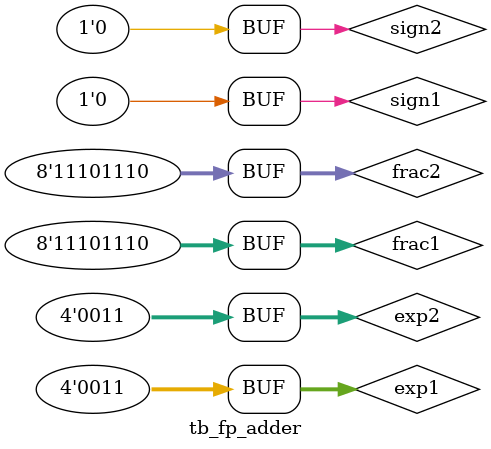
<source format=v>
module fp_adder (signout, expout, fracout, sign1, exp1, frac1, sign2, exp2, frac2);

// inputs and outputs
input		sign1, sign2;
input 	[3:0]	exp1, exp2;
input 	[7:0]	frac1, frac2;
output 		signout;
output 	[3:0]	expout;
output	[7:0]	fracout;
reg 		signout;
reg 	[3:0]	expout;
reg	[7:0]	fracout;

// big and small numbers
reg		signb, signs;
reg	[3:0]	expb, exps;
reg 	[7:0]	fracb, fracs;

// working variables
reg	[3:0]	expdiff, expn;
reg	[7:0]	fraca, fracn, sumnorm;
reg	[8:0]	sum;
reg	[2:0]	lead0;

always@*
    begin

	//stage 1: sort
	if ({exp1, frac1} > {exp2, frac2})
	    begin
		signb = sign1; signs = sign2;
		expb = exp1; exps = exp2;
		fracb = frac1; fracs = frac2;
	    end
	else
	    begin
		signb = sign2; signs = sign1;
		expb = exp2; exps = exp1;
		fracb = frac2; fracs = frac1;    
	    end	

	//stage 2: align
	expdiff = expb - exps;
	fraca = fracs >> expdiff;	

	//stage 3: add/sub
	if (signb == signs)
	    sum = {1'b0, fracb} + {1'b0, fraca};
	else
	    sum = {1'b0, fracb} - {1'b0, fraca};

	//stage 4: normalize 

	//counting leading 0
	if (sum[7])		lead0 = 3'o0;
	else if (sum[6])	lead0 = 3'o1; 
	else if (sum[5])	lead0 = 3'o2;
	else if (sum[4])	lead0 = 3'o3;
	else if (sum[3])	lead0 = 3'o4;
	else if (sum[2])	lead0 = 3'o5;
	else if (sum[1])	lead0 = 3'o6;
	else			lead0 = 3'o7;

	// shift fraction according to leading 0
	sumnorm = sum << lead0;  	

	// normalize with various conditions
	if (sum[8]) // with carry ==1
	    begin
		expn = expb + 1;
		fracn = sum[8:1];
	    end
	else if (lead0 > expb) // too small to normalize
	    begin
		expn = 0;
		fracn = 0;
	    end
	else // normalize
	    begin
		expn = expb - lead0;
		fracn = sumnorm;
	    end

	//output logic
	signout = signb;
	expout = expn;
	fracout = fracn;	
    end

endmodule


module tb_fp_adder;

reg		sign1, sign2;
reg 	[3:0]	exp1, exp2;
reg 	[7:0]	frac1, frac2;
wire 		signout;
wire 	[3:0]	expout;
wire	[7:0]	fracout;

fp_adder UUT (signout, expout, fracout, sign1, exp1, frac1, sign2, exp2, frac2);

initial
    begin
	#100	sign1 = 0; exp1 = 4'd3; frac1 = 8'b11101011;
		sign2 = 1; exp2 = 4'd4; frac2 = 8'b11010010;

	#100	sign1 = 0; exp1 = 4'd5; frac1 = 8'b11101100;
		sign2 = 1; exp2 = 4'd5; frac2 = 8'b10011101;

	#100	sign1 = 0; exp1 = 4'd2; frac1 = 8'b11001100; 
		sign2 = 1; exp2 = 4'd2; frac2 = 8'b11001111; 

	#100	sign1 = 0; exp1 = 4'd3; frac1 = 8'b11101110; 
		sign2 = 0; exp2 = 4'd3; frac2 = 8'b11101110; 
    end

endmodule

</source>
